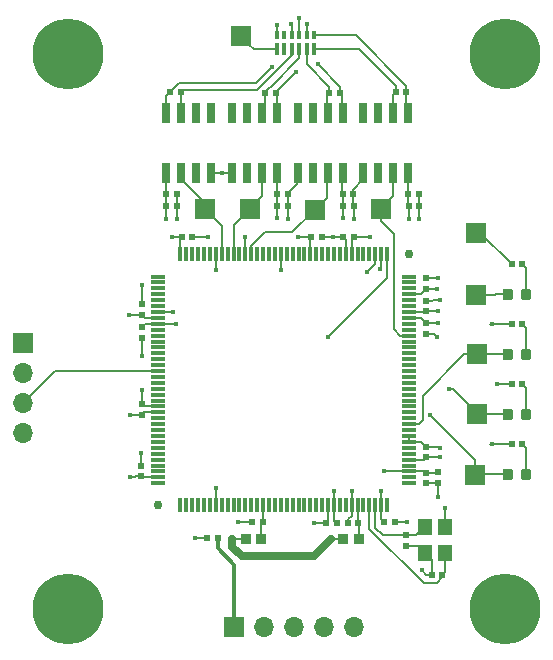
<source format=gbr>
G04 #@! TF.GenerationSoftware,KiCad,Pcbnew,(5.0.1)-3*
G04 #@! TF.CreationDate,2019-01-05T18:42:13-08:00*
G04 #@! TF.ProjectId,EScope-MSDAQ-2-INTANDAQ,4553636F70652D4D534441512D322D49,rev?*
G04 #@! TF.SameCoordinates,Original*
G04 #@! TF.FileFunction,Copper,L1,Top,Signal*
G04 #@! TF.FilePolarity,Positive*
%FSLAX46Y46*%
G04 Gerber Fmt 4.6, Leading zero omitted, Abs format (unit mm)*
G04 Created by KiCad (PCBNEW (5.0.1)-3) date 1/5/2019 6:42:13 PM*
%MOMM*%
%LPD*%
G01*
G04 APERTURE LIST*
G04 #@! TA.AperFunction,ComponentPad*
%ADD10C,6.000000*%
G04 #@! TD*
G04 #@! TA.AperFunction,ComponentPad*
%ADD11R,1.700000X1.700000*%
G04 #@! TD*
G04 #@! TA.AperFunction,SMDPad,CuDef*
%ADD12R,0.490000X0.560000*%
G04 #@! TD*
G04 #@! TA.AperFunction,Conductor*
%ADD13C,0.100000*%
G04 #@! TD*
G04 #@! TA.AperFunction,SMDPad,CuDef*
%ADD14C,0.875000*%
G04 #@! TD*
G04 #@! TA.AperFunction,SMDPad,CuDef*
%ADD15R,0.380000X1.020000*%
G04 #@! TD*
G04 #@! TA.AperFunction,SMDPad,CuDef*
%ADD16R,0.380000X0.762000*%
G04 #@! TD*
G04 #@! TA.AperFunction,ComponentPad*
%ADD17O,1.700000X1.700000*%
G04 #@! TD*
G04 #@! TA.AperFunction,SMDPad,CuDef*
%ADD18R,0.630000X0.580000*%
G04 #@! TD*
G04 #@! TA.AperFunction,SMDPad,CuDef*
%ADD19R,0.580000X0.630000*%
G04 #@! TD*
G04 #@! TA.AperFunction,SMDPad,CuDef*
%ADD20R,0.890000X0.920000*%
G04 #@! TD*
G04 #@! TA.AperFunction,SMDPad,CuDef*
%ADD21R,1.200000X1.400000*%
G04 #@! TD*
G04 #@! TA.AperFunction,SMDPad,CuDef*
%ADD22R,1.170000X0.300000*%
G04 #@! TD*
G04 #@! TA.AperFunction,SMDPad,CuDef*
%ADD23R,0.300000X1.170000*%
G04 #@! TD*
G04 #@! TA.AperFunction,BGAPad,CuDef*
%ADD24C,0.750000*%
G04 #@! TD*
G04 #@! TA.AperFunction,SMDPad,CuDef*
%ADD25R,0.640000X1.770000*%
G04 #@! TD*
G04 #@! TA.AperFunction,ViaPad*
%ADD26C,0.450000*%
G04 #@! TD*
G04 #@! TA.AperFunction,Conductor*
%ADD27C,0.203200*%
G04 #@! TD*
G04 #@! TA.AperFunction,Conductor*
%ADD28C,0.304800*%
G04 #@! TD*
G04 #@! TA.AperFunction,Conductor*
%ADD29C,0.635000*%
G04 #@! TD*
G04 APERTURE END LIST*
D10*
G04 #@! TO.P,H1,1*
G04 #@! TO.N,GND*
X162023600Y-122633800D03*
G04 #@! TD*
G04 #@! TO.P,H3,1*
G04 #@! TO.N,GND*
X125023600Y-122633800D03*
G04 #@! TD*
G04 #@! TO.P,H4,1*
G04 #@! TO.N,GND*
X162023600Y-75633800D03*
G04 #@! TD*
G04 #@! TO.P,H2,1*
G04 #@! TO.N,GND*
X125023600Y-75633800D03*
G04 #@! TD*
D11*
G04 #@! TO.P,J13,1*
G04 #@! TO.N,GND*
X159588200Y-90779600D03*
G04 #@! TD*
G04 #@! TO.P,J12,1*
G04 #@! TO.N,+3V3*
X159562800Y-96037400D03*
G04 #@! TD*
G04 #@! TO.P,J10,1*
G04 #@! TO.N,/LED2*
X159664400Y-106095800D03*
G04 #@! TD*
G04 #@! TO.P,J9,1*
G04 #@! TO.N,/LED1*
X159639000Y-101092000D03*
G04 #@! TD*
G04 #@! TO.P,J11,1*
G04 #@! TO.N,/LED3*
X159486600Y-111277400D03*
G04 #@! TD*
G04 #@! TO.P,J8,1*
G04 #@! TO.N,/MCU_SPI_MISO*
X136613900Y-88757760D03*
G04 #@! TD*
G04 #@! TO.P,J7,1*
G04 #@! TO.N,/MCU_SPI_SPCK*
X145961100Y-88831420D03*
G04 #@! TD*
G04 #@! TO.P,J6,1*
G04 #@! TO.N,/MCU_SPI_NPCS*
X151521160Y-88773000D03*
G04 #@! TD*
G04 #@! TO.P,J5,1*
G04 #@! TO.N,/MCU_SPI_MOSI*
X140416280Y-88745060D03*
G04 #@! TD*
D12*
G04 #@! TO.P,R6,1*
G04 #@! TO.N,GND*
X162597000Y-98552000D03*
G04 #@! TO.P,R6,2*
G04 #@! TO.N,Net-(D2-Pad1)*
X163507000Y-98552000D03*
G04 #@! TD*
G04 #@! TO.P,R7,2*
G04 #@! TO.N,Net-(D3-Pad1)*
X163507000Y-103632000D03*
G04 #@! TO.P,R7,1*
G04 #@! TO.N,GND*
X162597000Y-103632000D03*
G04 #@! TD*
G04 #@! TO.P,R8,1*
G04 #@! TO.N,GND*
X162597000Y-108712000D03*
G04 #@! TO.P,R8,2*
G04 #@! TO.N,Net-(D4-Pad1)*
X163507000Y-108712000D03*
G04 #@! TD*
D13*
G04 #@! TO.N,Net-(D2-Pad1)*
G04 #@! TO.C,D2*
G36*
X164079691Y-100618053D02*
X164100926Y-100621203D01*
X164121750Y-100626419D01*
X164141962Y-100633651D01*
X164161368Y-100642830D01*
X164179781Y-100653866D01*
X164197024Y-100666654D01*
X164212930Y-100681070D01*
X164227346Y-100696976D01*
X164240134Y-100714219D01*
X164251170Y-100732632D01*
X164260349Y-100752038D01*
X164267581Y-100772250D01*
X164272797Y-100793074D01*
X164275947Y-100814309D01*
X164277000Y-100835750D01*
X164277000Y-101348250D01*
X164275947Y-101369691D01*
X164272797Y-101390926D01*
X164267581Y-101411750D01*
X164260349Y-101431962D01*
X164251170Y-101451368D01*
X164240134Y-101469781D01*
X164227346Y-101487024D01*
X164212930Y-101502930D01*
X164197024Y-101517346D01*
X164179781Y-101530134D01*
X164161368Y-101541170D01*
X164141962Y-101550349D01*
X164121750Y-101557581D01*
X164100926Y-101562797D01*
X164079691Y-101565947D01*
X164058250Y-101567000D01*
X163620750Y-101567000D01*
X163599309Y-101565947D01*
X163578074Y-101562797D01*
X163557250Y-101557581D01*
X163537038Y-101550349D01*
X163517632Y-101541170D01*
X163499219Y-101530134D01*
X163481976Y-101517346D01*
X163466070Y-101502930D01*
X163451654Y-101487024D01*
X163438866Y-101469781D01*
X163427830Y-101451368D01*
X163418651Y-101431962D01*
X163411419Y-101411750D01*
X163406203Y-101390926D01*
X163403053Y-101369691D01*
X163402000Y-101348250D01*
X163402000Y-100835750D01*
X163403053Y-100814309D01*
X163406203Y-100793074D01*
X163411419Y-100772250D01*
X163418651Y-100752038D01*
X163427830Y-100732632D01*
X163438866Y-100714219D01*
X163451654Y-100696976D01*
X163466070Y-100681070D01*
X163481976Y-100666654D01*
X163499219Y-100653866D01*
X163517632Y-100642830D01*
X163537038Y-100633651D01*
X163557250Y-100626419D01*
X163578074Y-100621203D01*
X163599309Y-100618053D01*
X163620750Y-100617000D01*
X164058250Y-100617000D01*
X164079691Y-100618053D01*
X164079691Y-100618053D01*
G37*
D14*
G04 #@! TD*
G04 #@! TO.P,D2,1*
G04 #@! TO.N,Net-(D2-Pad1)*
X163839500Y-101092000D03*
D13*
G04 #@! TO.N,/LED1*
G04 #@! TO.C,D2*
G36*
X162504691Y-100618053D02*
X162525926Y-100621203D01*
X162546750Y-100626419D01*
X162566962Y-100633651D01*
X162586368Y-100642830D01*
X162604781Y-100653866D01*
X162622024Y-100666654D01*
X162637930Y-100681070D01*
X162652346Y-100696976D01*
X162665134Y-100714219D01*
X162676170Y-100732632D01*
X162685349Y-100752038D01*
X162692581Y-100772250D01*
X162697797Y-100793074D01*
X162700947Y-100814309D01*
X162702000Y-100835750D01*
X162702000Y-101348250D01*
X162700947Y-101369691D01*
X162697797Y-101390926D01*
X162692581Y-101411750D01*
X162685349Y-101431962D01*
X162676170Y-101451368D01*
X162665134Y-101469781D01*
X162652346Y-101487024D01*
X162637930Y-101502930D01*
X162622024Y-101517346D01*
X162604781Y-101530134D01*
X162586368Y-101541170D01*
X162566962Y-101550349D01*
X162546750Y-101557581D01*
X162525926Y-101562797D01*
X162504691Y-101565947D01*
X162483250Y-101567000D01*
X162045750Y-101567000D01*
X162024309Y-101565947D01*
X162003074Y-101562797D01*
X161982250Y-101557581D01*
X161962038Y-101550349D01*
X161942632Y-101541170D01*
X161924219Y-101530134D01*
X161906976Y-101517346D01*
X161891070Y-101502930D01*
X161876654Y-101487024D01*
X161863866Y-101469781D01*
X161852830Y-101451368D01*
X161843651Y-101431962D01*
X161836419Y-101411750D01*
X161831203Y-101390926D01*
X161828053Y-101369691D01*
X161827000Y-101348250D01*
X161827000Y-100835750D01*
X161828053Y-100814309D01*
X161831203Y-100793074D01*
X161836419Y-100772250D01*
X161843651Y-100752038D01*
X161852830Y-100732632D01*
X161863866Y-100714219D01*
X161876654Y-100696976D01*
X161891070Y-100681070D01*
X161906976Y-100666654D01*
X161924219Y-100653866D01*
X161942632Y-100642830D01*
X161962038Y-100633651D01*
X161982250Y-100626419D01*
X162003074Y-100621203D01*
X162024309Y-100618053D01*
X162045750Y-100617000D01*
X162483250Y-100617000D01*
X162504691Y-100618053D01*
X162504691Y-100618053D01*
G37*
D14*
G04 #@! TD*
G04 #@! TO.P,D2,2*
G04 #@! TO.N,/LED1*
X162264500Y-101092000D03*
D13*
G04 #@! TO.N,/LED2*
G04 #@! TO.C,D3*
G36*
X162504691Y-105698053D02*
X162525926Y-105701203D01*
X162546750Y-105706419D01*
X162566962Y-105713651D01*
X162586368Y-105722830D01*
X162604781Y-105733866D01*
X162622024Y-105746654D01*
X162637930Y-105761070D01*
X162652346Y-105776976D01*
X162665134Y-105794219D01*
X162676170Y-105812632D01*
X162685349Y-105832038D01*
X162692581Y-105852250D01*
X162697797Y-105873074D01*
X162700947Y-105894309D01*
X162702000Y-105915750D01*
X162702000Y-106428250D01*
X162700947Y-106449691D01*
X162697797Y-106470926D01*
X162692581Y-106491750D01*
X162685349Y-106511962D01*
X162676170Y-106531368D01*
X162665134Y-106549781D01*
X162652346Y-106567024D01*
X162637930Y-106582930D01*
X162622024Y-106597346D01*
X162604781Y-106610134D01*
X162586368Y-106621170D01*
X162566962Y-106630349D01*
X162546750Y-106637581D01*
X162525926Y-106642797D01*
X162504691Y-106645947D01*
X162483250Y-106647000D01*
X162045750Y-106647000D01*
X162024309Y-106645947D01*
X162003074Y-106642797D01*
X161982250Y-106637581D01*
X161962038Y-106630349D01*
X161942632Y-106621170D01*
X161924219Y-106610134D01*
X161906976Y-106597346D01*
X161891070Y-106582930D01*
X161876654Y-106567024D01*
X161863866Y-106549781D01*
X161852830Y-106531368D01*
X161843651Y-106511962D01*
X161836419Y-106491750D01*
X161831203Y-106470926D01*
X161828053Y-106449691D01*
X161827000Y-106428250D01*
X161827000Y-105915750D01*
X161828053Y-105894309D01*
X161831203Y-105873074D01*
X161836419Y-105852250D01*
X161843651Y-105832038D01*
X161852830Y-105812632D01*
X161863866Y-105794219D01*
X161876654Y-105776976D01*
X161891070Y-105761070D01*
X161906976Y-105746654D01*
X161924219Y-105733866D01*
X161942632Y-105722830D01*
X161962038Y-105713651D01*
X161982250Y-105706419D01*
X162003074Y-105701203D01*
X162024309Y-105698053D01*
X162045750Y-105697000D01*
X162483250Y-105697000D01*
X162504691Y-105698053D01*
X162504691Y-105698053D01*
G37*
D14*
G04 #@! TD*
G04 #@! TO.P,D3,2*
G04 #@! TO.N,/LED2*
X162264500Y-106172000D03*
D13*
G04 #@! TO.N,Net-(D3-Pad1)*
G04 #@! TO.C,D3*
G36*
X164079691Y-105698053D02*
X164100926Y-105701203D01*
X164121750Y-105706419D01*
X164141962Y-105713651D01*
X164161368Y-105722830D01*
X164179781Y-105733866D01*
X164197024Y-105746654D01*
X164212930Y-105761070D01*
X164227346Y-105776976D01*
X164240134Y-105794219D01*
X164251170Y-105812632D01*
X164260349Y-105832038D01*
X164267581Y-105852250D01*
X164272797Y-105873074D01*
X164275947Y-105894309D01*
X164277000Y-105915750D01*
X164277000Y-106428250D01*
X164275947Y-106449691D01*
X164272797Y-106470926D01*
X164267581Y-106491750D01*
X164260349Y-106511962D01*
X164251170Y-106531368D01*
X164240134Y-106549781D01*
X164227346Y-106567024D01*
X164212930Y-106582930D01*
X164197024Y-106597346D01*
X164179781Y-106610134D01*
X164161368Y-106621170D01*
X164141962Y-106630349D01*
X164121750Y-106637581D01*
X164100926Y-106642797D01*
X164079691Y-106645947D01*
X164058250Y-106647000D01*
X163620750Y-106647000D01*
X163599309Y-106645947D01*
X163578074Y-106642797D01*
X163557250Y-106637581D01*
X163537038Y-106630349D01*
X163517632Y-106621170D01*
X163499219Y-106610134D01*
X163481976Y-106597346D01*
X163466070Y-106582930D01*
X163451654Y-106567024D01*
X163438866Y-106549781D01*
X163427830Y-106531368D01*
X163418651Y-106511962D01*
X163411419Y-106491750D01*
X163406203Y-106470926D01*
X163403053Y-106449691D01*
X163402000Y-106428250D01*
X163402000Y-105915750D01*
X163403053Y-105894309D01*
X163406203Y-105873074D01*
X163411419Y-105852250D01*
X163418651Y-105832038D01*
X163427830Y-105812632D01*
X163438866Y-105794219D01*
X163451654Y-105776976D01*
X163466070Y-105761070D01*
X163481976Y-105746654D01*
X163499219Y-105733866D01*
X163517632Y-105722830D01*
X163537038Y-105713651D01*
X163557250Y-105706419D01*
X163578074Y-105701203D01*
X163599309Y-105698053D01*
X163620750Y-105697000D01*
X164058250Y-105697000D01*
X164079691Y-105698053D01*
X164079691Y-105698053D01*
G37*
D14*
G04 #@! TD*
G04 #@! TO.P,D3,1*
G04 #@! TO.N,Net-(D3-Pad1)*
X163839500Y-106172000D03*
D13*
G04 #@! TO.N,Net-(D4-Pad1)*
G04 #@! TO.C,D4*
G36*
X164079691Y-110778053D02*
X164100926Y-110781203D01*
X164121750Y-110786419D01*
X164141962Y-110793651D01*
X164161368Y-110802830D01*
X164179781Y-110813866D01*
X164197024Y-110826654D01*
X164212930Y-110841070D01*
X164227346Y-110856976D01*
X164240134Y-110874219D01*
X164251170Y-110892632D01*
X164260349Y-110912038D01*
X164267581Y-110932250D01*
X164272797Y-110953074D01*
X164275947Y-110974309D01*
X164277000Y-110995750D01*
X164277000Y-111508250D01*
X164275947Y-111529691D01*
X164272797Y-111550926D01*
X164267581Y-111571750D01*
X164260349Y-111591962D01*
X164251170Y-111611368D01*
X164240134Y-111629781D01*
X164227346Y-111647024D01*
X164212930Y-111662930D01*
X164197024Y-111677346D01*
X164179781Y-111690134D01*
X164161368Y-111701170D01*
X164141962Y-111710349D01*
X164121750Y-111717581D01*
X164100926Y-111722797D01*
X164079691Y-111725947D01*
X164058250Y-111727000D01*
X163620750Y-111727000D01*
X163599309Y-111725947D01*
X163578074Y-111722797D01*
X163557250Y-111717581D01*
X163537038Y-111710349D01*
X163517632Y-111701170D01*
X163499219Y-111690134D01*
X163481976Y-111677346D01*
X163466070Y-111662930D01*
X163451654Y-111647024D01*
X163438866Y-111629781D01*
X163427830Y-111611368D01*
X163418651Y-111591962D01*
X163411419Y-111571750D01*
X163406203Y-111550926D01*
X163403053Y-111529691D01*
X163402000Y-111508250D01*
X163402000Y-110995750D01*
X163403053Y-110974309D01*
X163406203Y-110953074D01*
X163411419Y-110932250D01*
X163418651Y-110912038D01*
X163427830Y-110892632D01*
X163438866Y-110874219D01*
X163451654Y-110856976D01*
X163466070Y-110841070D01*
X163481976Y-110826654D01*
X163499219Y-110813866D01*
X163517632Y-110802830D01*
X163537038Y-110793651D01*
X163557250Y-110786419D01*
X163578074Y-110781203D01*
X163599309Y-110778053D01*
X163620750Y-110777000D01*
X164058250Y-110777000D01*
X164079691Y-110778053D01*
X164079691Y-110778053D01*
G37*
D14*
G04 #@! TD*
G04 #@! TO.P,D4,1*
G04 #@! TO.N,Net-(D4-Pad1)*
X163839500Y-111252000D03*
D13*
G04 #@! TO.N,/LED3*
G04 #@! TO.C,D4*
G36*
X162504691Y-110778053D02*
X162525926Y-110781203D01*
X162546750Y-110786419D01*
X162566962Y-110793651D01*
X162586368Y-110802830D01*
X162604781Y-110813866D01*
X162622024Y-110826654D01*
X162637930Y-110841070D01*
X162652346Y-110856976D01*
X162665134Y-110874219D01*
X162676170Y-110892632D01*
X162685349Y-110912038D01*
X162692581Y-110932250D01*
X162697797Y-110953074D01*
X162700947Y-110974309D01*
X162702000Y-110995750D01*
X162702000Y-111508250D01*
X162700947Y-111529691D01*
X162697797Y-111550926D01*
X162692581Y-111571750D01*
X162685349Y-111591962D01*
X162676170Y-111611368D01*
X162665134Y-111629781D01*
X162652346Y-111647024D01*
X162637930Y-111662930D01*
X162622024Y-111677346D01*
X162604781Y-111690134D01*
X162586368Y-111701170D01*
X162566962Y-111710349D01*
X162546750Y-111717581D01*
X162525926Y-111722797D01*
X162504691Y-111725947D01*
X162483250Y-111727000D01*
X162045750Y-111727000D01*
X162024309Y-111725947D01*
X162003074Y-111722797D01*
X161982250Y-111717581D01*
X161962038Y-111710349D01*
X161942632Y-111701170D01*
X161924219Y-111690134D01*
X161906976Y-111677346D01*
X161891070Y-111662930D01*
X161876654Y-111647024D01*
X161863866Y-111629781D01*
X161852830Y-111611368D01*
X161843651Y-111591962D01*
X161836419Y-111571750D01*
X161831203Y-111550926D01*
X161828053Y-111529691D01*
X161827000Y-111508250D01*
X161827000Y-110995750D01*
X161828053Y-110974309D01*
X161831203Y-110953074D01*
X161836419Y-110932250D01*
X161843651Y-110912038D01*
X161852830Y-110892632D01*
X161863866Y-110874219D01*
X161876654Y-110856976D01*
X161891070Y-110841070D01*
X161906976Y-110826654D01*
X161924219Y-110813866D01*
X161942632Y-110802830D01*
X161962038Y-110793651D01*
X161982250Y-110786419D01*
X162003074Y-110781203D01*
X162024309Y-110778053D01*
X162045750Y-110777000D01*
X162483250Y-110777000D01*
X162504691Y-110778053D01*
X162504691Y-110778053D01*
G37*
D14*
G04 #@! TD*
G04 #@! TO.P,D4,2*
G04 #@! TO.N,/LED3*
X162264500Y-111252000D03*
D15*
G04 #@! TO.P,J4,1*
G04 #@! TO.N,/nCS+*
X145884900Y-75234800D03*
G04 #@! TO.P,J4,3*
G04 #@! TO.N,/SCLK+*
X145249900Y-75234800D03*
G04 #@! TO.P,J4,5*
G04 #@! TO.N,/MOSI+*
X144614900Y-75234800D03*
G04 #@! TO.P,J4,7*
G04 #@! TO.N,/MISO+*
X143979900Y-75234800D03*
G04 #@! TO.P,J4,9*
G04 #@! TO.N,Net-(J4-Pad9)*
X143344900Y-75234800D03*
G04 #@! TO.P,J4,11*
G04 #@! TO.N,Net-(J3-Pad1)*
X142709900Y-75234800D03*
D16*
G04 #@! TO.P,J4,2*
G04 #@! TO.N,/nCS-*
X145884900Y-74084800D03*
G04 #@! TO.P,J4,4*
G04 #@! TO.N,/SCLK-*
X145249900Y-74084800D03*
G04 #@! TO.P,J4,6*
G04 #@! TO.N,/MOSI-*
X144614900Y-74084800D03*
G04 #@! TO.P,J4,8*
G04 #@! TO.N,/MISO-*
X143979900Y-74084800D03*
G04 #@! TO.P,J4,10*
G04 #@! TO.N,Net-(J4-Pad10)*
X143344900Y-74084800D03*
G04 #@! TO.P,J4,12*
G04 #@! TO.N,GND*
X142709900Y-74084800D03*
G04 #@! TD*
D12*
G04 #@! TO.P,R2,2*
G04 #@! TO.N,/SCLK+*
X147169800Y-78917800D03*
G04 #@! TO.P,R2,1*
G04 #@! TO.N,/SCLK-*
X148079800Y-78917800D03*
G04 #@! TD*
G04 #@! TO.P,R3,1*
G04 #@! TO.N,/nCS-*
X153693200Y-78841600D03*
G04 #@! TO.P,R3,2*
G04 #@! TO.N,/nCS+*
X152783200Y-78841600D03*
G04 #@! TD*
G04 #@! TO.P,R4,2*
G04 #@! TO.N,/MOSI+*
X141734200Y-78917800D03*
G04 #@! TO.P,R4,1*
G04 #@! TO.N,/MOSI-*
X142644200Y-78917800D03*
G04 #@! TD*
G04 #@! TO.P,R5,1*
G04 #@! TO.N,/MISO+*
X134567000Y-78892400D03*
G04 #@! TO.P,R5,2*
G04 #@! TO.N,/MISO-*
X133657000Y-78892400D03*
G04 #@! TD*
D11*
G04 #@! TO.P,J3,1*
G04 #@! TO.N,Net-(J3-Pad1)*
X139700000Y-74168000D03*
G04 #@! TD*
G04 #@! TO.P,J1,1*
G04 #@! TO.N,+3V3*
X121248201Y-100148401D03*
D17*
G04 #@! TO.P,J1,2*
G04 #@! TO.N,/SWDIO*
X121248201Y-102688401D03*
G04 #@! TO.P,J1,3*
G04 #@! TO.N,/SWCLK*
X121248201Y-105228401D03*
G04 #@! TO.P,J1,4*
G04 #@! TO.N,GND*
X121248201Y-107768401D03*
G04 #@! TD*
D11*
G04 #@! TO.P,J2,1*
G04 #@! TO.N,+3V3*
X139115800Y-124155200D03*
D17*
G04 #@! TO.P,J2,2*
G04 #@! TO.N,/RD*
X141655800Y-124155200D03*
G04 #@! TO.P,J2,3*
G04 #@! TO.N,/RF*
X144195800Y-124155200D03*
G04 #@! TO.P,J2,4*
G04 #@! TO.N,/RK*
X146735800Y-124155200D03*
G04 #@! TO.P,J2,5*
G04 #@! TO.N,GND*
X149275800Y-124155200D03*
G04 #@! TD*
D18*
G04 #@! TO.P,C6,2*
G04 #@! TO.N,GND*
X155371800Y-94627200D03*
G04 #@! TO.P,C6,1*
G04 #@! TO.N,/VDDCORE*
X155371800Y-95517200D03*
G04 #@! TD*
D19*
G04 #@! TO.P,C19,1*
G04 #@! TO.N,+3V3*
X134657600Y-91186000D03*
G04 #@! TO.P,C19,2*
G04 #@! TO.N,GND*
X135547600Y-91186000D03*
G04 #@! TD*
D18*
G04 #@! TO.P,C7,2*
G04 #@! TO.N,GND*
X155346400Y-111988600D03*
G04 #@! TO.P,C7,1*
G04 #@! TO.N,/VDDCORE*
X155346400Y-111098600D03*
G04 #@! TD*
G04 #@! TO.P,C8,1*
G04 #@! TO.N,+3V3*
X131267200Y-106185200D03*
G04 #@! TO.P,C8,2*
G04 #@! TO.N,GND*
X131267200Y-105295200D03*
G04 #@! TD*
G04 #@! TO.P,C9,2*
G04 #@! TO.N,GND*
X131267200Y-99696000D03*
G04 #@! TO.P,C9,1*
G04 #@! TO.N,/VDDCORE*
X131267200Y-98806000D03*
G04 #@! TD*
D19*
G04 #@! TO.P,C10,1*
G04 #@! TO.N,/VDDPLL*
X141516600Y-115316000D03*
G04 #@! TO.P,C10,2*
G04 #@! TO.N,GND*
X140626600Y-115316000D03*
G04 #@! TD*
G04 #@! TO.P,C1,2*
G04 #@! TO.N,GND*
X136816600Y-116636800D03*
G04 #@! TO.P,C1,1*
G04 #@! TO.N,+3V3*
X137706600Y-116636800D03*
G04 #@! TD*
D18*
G04 #@! TO.P,C12,1*
G04 #@! TO.N,+3V3*
X155371800Y-109817400D03*
G04 #@! TO.P,C12,2*
G04 #@! TO.N,GND*
X155371800Y-108927400D03*
G04 #@! TD*
G04 #@! TO.P,C13,2*
G04 #@! TO.N,GND*
X155371800Y-99327200D03*
G04 #@! TO.P,C13,1*
G04 #@! TO.N,/VDDCORE*
X155371800Y-98437200D03*
G04 #@! TD*
G04 #@! TO.P,C14,1*
G04 #@! TO.N,+3V3*
X155371800Y-97422200D03*
G04 #@! TO.P,C14,2*
G04 #@! TO.N,GND*
X155371800Y-96532200D03*
G04 #@! TD*
G04 #@! TO.P,C15,2*
G04 #@! TO.N,GND*
X131241800Y-110527600D03*
G04 #@! TO.P,C15,1*
G04 #@! TO.N,/VDDCORE*
X131241800Y-111417600D03*
G04 #@! TD*
D19*
G04 #@! TO.P,C16,1*
G04 #@! TO.N,+3V3*
X151802600Y-115265200D03*
G04 #@! TO.P,C16,2*
G04 #@! TO.N,GND*
X152692600Y-115265200D03*
G04 #@! TD*
G04 #@! TO.P,C17,2*
G04 #@! TO.N,GND*
X155841200Y-119735600D03*
G04 #@! TO.P,C17,1*
G04 #@! TO.N,/XIN*
X156731200Y-119735600D03*
G04 #@! TD*
G04 #@! TO.P,C18,1*
G04 #@! TO.N,+3V3*
X149238200Y-91109800D03*
G04 #@! TO.P,C18,2*
G04 #@! TO.N,GND*
X148348200Y-91109800D03*
G04 #@! TD*
G04 #@! TO.P,C28,2*
G04 #@! TO.N,GND*
X149174700Y-87477600D03*
G04 #@! TO.P,C28,1*
G04 #@! TO.N,+3V3*
X148284700Y-87477600D03*
G04 #@! TD*
G04 #@! TO.P,C27,1*
G04 #@! TO.N,+3V3*
X153860000Y-87477600D03*
G04 #@! TO.P,C27,2*
G04 #@! TO.N,GND*
X154750000Y-87477600D03*
G04 #@! TD*
G04 #@! TO.P,C26,2*
G04 #@! TO.N,GND*
X143660360Y-88554560D03*
G04 #@! TO.P,C26,1*
G04 #@! TO.N,+3V3*
X142770360Y-88554560D03*
G04 #@! TD*
G04 #@! TO.P,C25,1*
G04 #@! TO.N,GND*
X134242040Y-88554560D03*
G04 #@! TO.P,C25,2*
G04 #@! TO.N,+3V3*
X133352040Y-88554560D03*
G04 #@! TD*
G04 #@! TO.P,C24,2*
G04 #@! TO.N,GND*
X149227540Y-88554560D03*
G04 #@! TO.P,C24,1*
G04 #@! TO.N,+3V3*
X148337540Y-88554560D03*
G04 #@! TD*
G04 #@! TO.P,C23,1*
G04 #@! TO.N,+3V3*
X153875240Y-88554560D03*
G04 #@! TO.P,C23,2*
G04 #@! TO.N,GND*
X154765240Y-88554560D03*
G04 #@! TD*
G04 #@! TO.P,C22,2*
G04 #@! TO.N,GND*
X143645120Y-87477600D03*
G04 #@! TO.P,C22,1*
G04 #@! TO.N,+3V3*
X142755120Y-87477600D03*
G04 #@! TD*
G04 #@! TO.P,C21,1*
G04 #@! TO.N,GND*
X134252200Y-87477600D03*
G04 #@! TO.P,C21,2*
G04 #@! TO.N,+3V3*
X133362200Y-87477600D03*
G04 #@! TD*
G04 #@! TO.P,C11,2*
G04 #@! TO.N,GND*
X148729200Y-115366800D03*
G04 #@! TO.P,C11,1*
G04 #@! TO.N,/VDDUTMIC*
X149619200Y-115366800D03*
G04 #@! TD*
D18*
G04 #@! TO.P,C2,1*
G04 #@! TO.N,+3V3*
X131267200Y-97727000D03*
G04 #@! TO.P,C2,2*
G04 #@! TO.N,GND*
X131267200Y-96837000D03*
G04 #@! TD*
D19*
G04 #@! TO.P,C3,2*
G04 #@! TO.N,GND*
X146520400Y-91135200D03*
G04 #@! TO.P,C3,1*
G04 #@! TO.N,/VDDCORE*
X145630400Y-91135200D03*
G04 #@! TD*
D18*
G04 #@! TO.P,C4,1*
G04 #@! TO.N,/VDDCORE*
X156337000Y-111086400D03*
G04 #@! TO.P,C4,2*
G04 #@! TO.N,GND*
X156337000Y-111976400D03*
G04 #@! TD*
G04 #@! TO.P,C20,2*
G04 #@! TO.N,GND*
X153644600Y-117310400D03*
G04 #@! TO.P,C20,1*
G04 #@! TO.N,/XOUT*
X153644600Y-116420400D03*
G04 #@! TD*
D19*
G04 #@! TO.P,C5,1*
G04 #@! TO.N,+3V3*
X146900400Y-115392200D03*
G04 #@! TO.P,C5,2*
G04 #@! TO.N,GND*
X147790400Y-115392200D03*
G04 #@! TD*
D20*
G04 #@! TO.P,L2,2*
G04 #@! TO.N,/VDDCORE*
X148331400Y-116713000D03*
G04 #@! TO.P,L2,1*
G04 #@! TO.N,/VDDUTMIC*
X149661400Y-116713000D03*
G04 #@! TD*
G04 #@! TO.P,L1,1*
G04 #@! TO.N,/VDDPLL*
X141406400Y-116687600D03*
G04 #@! TO.P,L1,2*
G04 #@! TO.N,/VDDCORE*
X140076400Y-116687600D03*
G04 #@! TD*
D21*
G04 #@! TO.P,Y1,1*
G04 #@! TO.N,/XIN*
X156958400Y-117889200D03*
G04 #@! TO.P,Y1,2*
G04 #@! TO.N,GND*
X156958400Y-115689200D03*
G04 #@! TO.P,Y1,3*
G04 #@! TO.N,/XOUT*
X155258400Y-115689200D03*
G04 #@! TO.P,Y1,4*
G04 #@! TO.N,GND*
X155258400Y-117889200D03*
G04 #@! TD*
D12*
G04 #@! TO.P,R1,1*
G04 #@! TO.N,GND*
X162597000Y-93472000D03*
G04 #@! TO.P,R1,2*
G04 #@! TO.N,Net-(D1-Pad1)*
X163507000Y-93472000D03*
G04 #@! TD*
D13*
G04 #@! TO.N,Net-(D1-Pad1)*
G04 #@! TO.C,D1*
G36*
X164079691Y-95538053D02*
X164100926Y-95541203D01*
X164121750Y-95546419D01*
X164141962Y-95553651D01*
X164161368Y-95562830D01*
X164179781Y-95573866D01*
X164197024Y-95586654D01*
X164212930Y-95601070D01*
X164227346Y-95616976D01*
X164240134Y-95634219D01*
X164251170Y-95652632D01*
X164260349Y-95672038D01*
X164267581Y-95692250D01*
X164272797Y-95713074D01*
X164275947Y-95734309D01*
X164277000Y-95755750D01*
X164277000Y-96268250D01*
X164275947Y-96289691D01*
X164272797Y-96310926D01*
X164267581Y-96331750D01*
X164260349Y-96351962D01*
X164251170Y-96371368D01*
X164240134Y-96389781D01*
X164227346Y-96407024D01*
X164212930Y-96422930D01*
X164197024Y-96437346D01*
X164179781Y-96450134D01*
X164161368Y-96461170D01*
X164141962Y-96470349D01*
X164121750Y-96477581D01*
X164100926Y-96482797D01*
X164079691Y-96485947D01*
X164058250Y-96487000D01*
X163620750Y-96487000D01*
X163599309Y-96485947D01*
X163578074Y-96482797D01*
X163557250Y-96477581D01*
X163537038Y-96470349D01*
X163517632Y-96461170D01*
X163499219Y-96450134D01*
X163481976Y-96437346D01*
X163466070Y-96422930D01*
X163451654Y-96407024D01*
X163438866Y-96389781D01*
X163427830Y-96371368D01*
X163418651Y-96351962D01*
X163411419Y-96331750D01*
X163406203Y-96310926D01*
X163403053Y-96289691D01*
X163402000Y-96268250D01*
X163402000Y-95755750D01*
X163403053Y-95734309D01*
X163406203Y-95713074D01*
X163411419Y-95692250D01*
X163418651Y-95672038D01*
X163427830Y-95652632D01*
X163438866Y-95634219D01*
X163451654Y-95616976D01*
X163466070Y-95601070D01*
X163481976Y-95586654D01*
X163499219Y-95573866D01*
X163517632Y-95562830D01*
X163537038Y-95553651D01*
X163557250Y-95546419D01*
X163578074Y-95541203D01*
X163599309Y-95538053D01*
X163620750Y-95537000D01*
X164058250Y-95537000D01*
X164079691Y-95538053D01*
X164079691Y-95538053D01*
G37*
D14*
G04 #@! TD*
G04 #@! TO.P,D1,1*
G04 #@! TO.N,Net-(D1-Pad1)*
X163839500Y-96012000D03*
D13*
G04 #@! TO.N,+3V3*
G04 #@! TO.C,D1*
G36*
X162504691Y-95538053D02*
X162525926Y-95541203D01*
X162546750Y-95546419D01*
X162566962Y-95553651D01*
X162586368Y-95562830D01*
X162604781Y-95573866D01*
X162622024Y-95586654D01*
X162637930Y-95601070D01*
X162652346Y-95616976D01*
X162665134Y-95634219D01*
X162676170Y-95652632D01*
X162685349Y-95672038D01*
X162692581Y-95692250D01*
X162697797Y-95713074D01*
X162700947Y-95734309D01*
X162702000Y-95755750D01*
X162702000Y-96268250D01*
X162700947Y-96289691D01*
X162697797Y-96310926D01*
X162692581Y-96331750D01*
X162685349Y-96351962D01*
X162676170Y-96371368D01*
X162665134Y-96389781D01*
X162652346Y-96407024D01*
X162637930Y-96422930D01*
X162622024Y-96437346D01*
X162604781Y-96450134D01*
X162586368Y-96461170D01*
X162566962Y-96470349D01*
X162546750Y-96477581D01*
X162525926Y-96482797D01*
X162504691Y-96485947D01*
X162483250Y-96487000D01*
X162045750Y-96487000D01*
X162024309Y-96485947D01*
X162003074Y-96482797D01*
X161982250Y-96477581D01*
X161962038Y-96470349D01*
X161942632Y-96461170D01*
X161924219Y-96450134D01*
X161906976Y-96437346D01*
X161891070Y-96422930D01*
X161876654Y-96407024D01*
X161863866Y-96389781D01*
X161852830Y-96371368D01*
X161843651Y-96351962D01*
X161836419Y-96331750D01*
X161831203Y-96310926D01*
X161828053Y-96289691D01*
X161827000Y-96268250D01*
X161827000Y-95755750D01*
X161828053Y-95734309D01*
X161831203Y-95713074D01*
X161836419Y-95692250D01*
X161843651Y-95672038D01*
X161852830Y-95652632D01*
X161863866Y-95634219D01*
X161876654Y-95616976D01*
X161891070Y-95601070D01*
X161906976Y-95586654D01*
X161924219Y-95573866D01*
X161942632Y-95562830D01*
X161962038Y-95553651D01*
X161982250Y-95546419D01*
X162003074Y-95541203D01*
X162024309Y-95538053D01*
X162045750Y-95537000D01*
X162483250Y-95537000D01*
X162504691Y-95538053D01*
X162504691Y-95538053D01*
G37*
D14*
G04 #@! TD*
G04 #@! TO.P,D1,2*
G04 #@! TO.N,+3V3*
X162264500Y-96012000D03*
D22*
G04 #@! TO.P,U1,1*
G04 #@! TO.N,/LINE_VALID*
X153926800Y-112001000D03*
G04 #@! TO.P,U1,2*
G04 #@! TO.N,Net-(U1-Pad2)*
X153926800Y-111501000D03*
G04 #@! TO.P,U1,3*
G04 #@! TO.N,/VDDCORE*
X153926800Y-111001000D03*
G04 #@! TO.P,U1,4*
G04 #@! TO.N,Net-(U1-Pad4)*
X153926800Y-110501000D03*
G04 #@! TO.P,U1,5*
G04 #@! TO.N,+3V3*
X153926800Y-110001000D03*
G04 #@! TO.P,U1,6*
G04 #@! TO.N,Net-(U1-Pad6)*
X153926800Y-109501000D03*
G04 #@! TO.P,U1,7*
G04 #@! TO.N,Net-(U1-Pad7)*
X153926800Y-109001000D03*
G04 #@! TO.P,U1,8*
G04 #@! TO.N,GND*
X153926800Y-108501000D03*
G04 #@! TO.P,U1,9*
X153926800Y-108001000D03*
G04 #@! TO.P,U1,10*
G04 #@! TO.N,Net-(U1-Pad10)*
X153926800Y-107501000D03*
G04 #@! TO.P,U1,11*
G04 #@! TO.N,/LED1*
X153926800Y-107001000D03*
G04 #@! TO.P,U1,12*
G04 #@! TO.N,Net-(U1-Pad12)*
X153926800Y-106501000D03*
G04 #@! TO.P,U1,13*
G04 #@! TO.N,Net-(U1-Pad13)*
X153926800Y-106001000D03*
G04 #@! TO.P,U1,14*
G04 #@! TO.N,Net-(U1-Pad14)*
X153926800Y-105501000D03*
G04 #@! TO.P,U1,15*
G04 #@! TO.N,Net-(U1-Pad15)*
X153926800Y-105001000D03*
G04 #@! TO.P,U1,16*
G04 #@! TO.N,Net-(U1-Pad16)*
X153926800Y-104501000D03*
G04 #@! TO.P,U1,17*
G04 #@! TO.N,Net-(U1-Pad17)*
X153926800Y-104001000D03*
G04 #@! TO.P,U1,18*
G04 #@! TO.N,Net-(U1-Pad18)*
X153926800Y-103501000D03*
G04 #@! TO.P,U1,19*
G04 #@! TO.N,Net-(U1-Pad19)*
X153926800Y-103001000D03*
G04 #@! TO.P,U1,20*
G04 #@! TO.N,/TK*
X153926800Y-102501000D03*
G04 #@! TO.P,U1,21*
G04 #@! TO.N,/TF*
X153926800Y-102001000D03*
G04 #@! TO.P,U1,22*
G04 #@! TO.N,Net-(U1-Pad22)*
X153926800Y-101501000D03*
G04 #@! TO.P,U1,23*
G04 #@! TO.N,Net-(U1-Pad23)*
X153926800Y-101001000D03*
G04 #@! TO.P,U1,24*
G04 #@! TO.N,Net-(U1-Pad24)*
X153926800Y-100501000D03*
G04 #@! TO.P,U1,25*
G04 #@! TO.N,Net-(U1-Pad25)*
X153926800Y-100001000D03*
G04 #@! TO.P,U1,26*
G04 #@! TO.N,/MCU_SPI_NPCS*
X153926800Y-99501000D03*
G04 #@! TO.P,U1,27*
G04 #@! TO.N,Net-(U1-Pad27)*
X153926800Y-99001000D03*
G04 #@! TO.P,U1,28*
G04 #@! TO.N,Net-(U1-Pad28)*
X153926800Y-98501000D03*
G04 #@! TO.P,U1,29*
G04 #@! TO.N,/VDDCORE*
X153926800Y-98001000D03*
G04 #@! TO.P,U1,30*
G04 #@! TO.N,+3V3*
X153926800Y-97501000D03*
G04 #@! TO.P,U1,31*
G04 #@! TO.N,Net-(U1-Pad31)*
X153926800Y-97001000D03*
G04 #@! TO.P,U1,32*
G04 #@! TO.N,Net-(U1-Pad32)*
X153926800Y-96501000D03*
G04 #@! TO.P,U1,33*
G04 #@! TO.N,/VDDCORE*
X153926800Y-96001000D03*
G04 #@! TO.P,U1,34*
G04 #@! TO.N,Net-(U1-Pad34)*
X153926800Y-95501000D03*
G04 #@! TO.P,U1,35*
G04 #@! TO.N,Net-(U1-Pad35)*
X153926800Y-95001000D03*
G04 #@! TO.P,U1,36*
G04 #@! TO.N,Net-(U1-Pad36)*
X153926800Y-94501000D03*
D23*
G04 #@! TO.P,U1,37*
G04 #@! TO.N,/RK*
X152056800Y-92631000D03*
G04 #@! TO.P,U1,38*
G04 #@! TO.N,/LED2*
X151556800Y-92631000D03*
G04 #@! TO.P,U1,39*
G04 #@! TO.N,/LED3*
X151056800Y-92631000D03*
G04 #@! TO.P,U1,40*
G04 #@! TO.N,Net-(U1-Pad40)*
X150556800Y-92631000D03*
G04 #@! TO.P,U1,41*
G04 #@! TO.N,Net-(U1-Pad41)*
X150056800Y-92631000D03*
G04 #@! TO.P,U1,42*
G04 #@! TO.N,Net-(U1-Pad42)*
X149556800Y-92631000D03*
G04 #@! TO.P,U1,43*
G04 #@! TO.N,+3V3*
X149056800Y-92631000D03*
G04 #@! TO.P,U1,44*
G04 #@! TO.N,GND*
X148556800Y-92631000D03*
G04 #@! TO.P,U1,45*
G04 #@! TO.N,Net-(U1-Pad45)*
X148056800Y-92631000D03*
G04 #@! TO.P,U1,46*
G04 #@! TO.N,Net-(U1-Pad46)*
X147556800Y-92631000D03*
G04 #@! TO.P,U1,47*
G04 #@! TO.N,Net-(U1-Pad47)*
X147056800Y-92631000D03*
G04 #@! TO.P,U1,48*
G04 #@! TO.N,Net-(U1-Pad48)*
X146556800Y-92631000D03*
G04 #@! TO.P,U1,49*
G04 #@! TO.N,Net-(U1-Pad49)*
X146056800Y-92631000D03*
G04 #@! TO.P,U1,50*
G04 #@! TO.N,/VDDCORE*
X145556800Y-92631000D03*
G04 #@! TO.P,U1,51*
G04 #@! TO.N,Net-(U1-Pad51)*
X145056800Y-92631000D03*
G04 #@! TO.P,U1,52*
G04 #@! TO.N,Net-(U1-Pad52)*
X144556800Y-92631000D03*
G04 #@! TO.P,U1,53*
G04 #@! TO.N,Net-(U1-Pad53)*
X144056800Y-92631000D03*
G04 #@! TO.P,U1,54*
G04 #@! TO.N,Net-(U1-Pad54)*
X143556800Y-92631000D03*
G04 #@! TO.P,U1,55*
G04 #@! TO.N,/RF*
X143056800Y-92631000D03*
G04 #@! TO.P,U1,56*
G04 #@! TO.N,Net-(U1-Pad56)*
X142556800Y-92631000D03*
G04 #@! TO.P,U1,57*
G04 #@! TO.N,Net-(U1-Pad57)*
X142056800Y-92631000D03*
G04 #@! TO.P,U1,58*
G04 #@! TO.N,Net-(U1-Pad58)*
X141556800Y-92631000D03*
G04 #@! TO.P,U1,59*
G04 #@! TO.N,Net-(U1-Pad59)*
X141056800Y-92631000D03*
G04 #@! TO.P,U1,60*
G04 #@! TO.N,/MCU_SPI_SPCK*
X140556800Y-92631000D03*
G04 #@! TO.P,U1,61*
G04 #@! TO.N,GND*
X140056800Y-92631000D03*
G04 #@! TO.P,U1,62*
G04 #@! TO.N,Net-(U1-Pad62)*
X139556800Y-92631000D03*
G04 #@! TO.P,U1,63*
G04 #@! TO.N,/MCU_SPI_MOSI*
X139056800Y-92631000D03*
G04 #@! TO.P,U1,64*
G04 #@! TO.N,Net-(U1-Pad64)*
X138556800Y-92631000D03*
G04 #@! TO.P,U1,65*
G04 #@! TO.N,/MCU_SPI_MISO*
X138056800Y-92631000D03*
G04 #@! TO.P,U1,66*
G04 #@! TO.N,/RD*
X137556800Y-92631000D03*
G04 #@! TO.P,U1,67*
G04 #@! TO.N,Net-(U1-Pad67)*
X137056800Y-92631000D03*
G04 #@! TO.P,U1,68*
G04 #@! TO.N,Net-(U1-Pad68)*
X136556800Y-92631000D03*
G04 #@! TO.P,U1,69*
G04 #@! TO.N,Net-(U1-Pad69)*
X136056800Y-92631000D03*
G04 #@! TO.P,U1,70*
G04 #@! TO.N,Net-(U1-Pad70)*
X135556800Y-92631000D03*
G04 #@! TO.P,U1,71*
G04 #@! TO.N,Net-(U1-Pad71)*
X135056800Y-92631000D03*
G04 #@! TO.P,U1,72*
G04 #@! TO.N,+3V3*
X134556800Y-92631000D03*
D22*
G04 #@! TO.P,U1,73*
G04 #@! TO.N,Net-(U1-Pad73)*
X132686800Y-94501000D03*
G04 #@! TO.P,U1,74*
G04 #@! TO.N,Net-(U1-Pad74)*
X132686800Y-95001000D03*
G04 #@! TO.P,U1,75*
G04 #@! TO.N,Net-(U1-Pad75)*
X132686800Y-95501000D03*
G04 #@! TO.P,U1,76*
G04 #@! TO.N,Net-(U1-Pad76)*
X132686800Y-96001000D03*
G04 #@! TO.P,U1,77*
G04 #@! TO.N,Net-(U1-Pad77)*
X132686800Y-96501000D03*
G04 #@! TO.P,U1,78*
G04 #@! TO.N,Net-(U1-Pad78)*
X132686800Y-97001000D03*
G04 #@! TO.P,U1,79*
G04 #@! TO.N,/SWDIO*
X132686800Y-97501000D03*
G04 #@! TO.P,U1,80*
G04 #@! TO.N,+3V3*
X132686800Y-98001000D03*
G04 #@! TO.P,U1,81*
G04 #@! TO.N,/VDDCORE*
X132686800Y-98501000D03*
G04 #@! TO.P,U1,82*
G04 #@! TO.N,Net-(U1-Pad82)*
X132686800Y-99001000D03*
G04 #@! TO.P,U1,83*
G04 #@! TO.N,Net-(U1-Pad83)*
X132686800Y-99501000D03*
G04 #@! TO.P,U1,84*
G04 #@! TO.N,Net-(U1-Pad84)*
X132686800Y-100001000D03*
G04 #@! TO.P,U1,85*
G04 #@! TO.N,Net-(U1-Pad85)*
X132686800Y-100501000D03*
G04 #@! TO.P,U1,86*
G04 #@! TO.N,Net-(U1-Pad86)*
X132686800Y-101001000D03*
G04 #@! TO.P,U1,87*
G04 #@! TO.N,Net-(U1-Pad87)*
X132686800Y-101501000D03*
G04 #@! TO.P,U1,88*
G04 #@! TO.N,Net-(U1-Pad88)*
X132686800Y-102001000D03*
G04 #@! TO.P,U1,89*
G04 #@! TO.N,/SWCLK*
X132686800Y-102501000D03*
G04 #@! TO.P,U1,90*
G04 #@! TO.N,Net-(U1-Pad90)*
X132686800Y-103001000D03*
G04 #@! TO.P,U1,91*
G04 #@! TO.N,Net-(U1-Pad91)*
X132686800Y-103501000D03*
G04 #@! TO.P,U1,92*
G04 #@! TO.N,Net-(U1-Pad92)*
X132686800Y-104001000D03*
G04 #@! TO.P,U1,93*
G04 #@! TO.N,Net-(U1-Pad93)*
X132686800Y-104501000D03*
G04 #@! TO.P,U1,94*
G04 #@! TO.N,Net-(U1-Pad94)*
X132686800Y-105001000D03*
G04 #@! TO.P,U1,95*
G04 #@! TO.N,GND*
X132686800Y-105501000D03*
G04 #@! TO.P,U1,96*
G04 #@! TO.N,+3V3*
X132686800Y-106001000D03*
G04 #@! TO.P,U1,97*
G04 #@! TO.N,Net-(U1-Pad97)*
X132686800Y-106501000D03*
G04 #@! TO.P,U1,98*
G04 #@! TO.N,Net-(U1-Pad98)*
X132686800Y-107001000D03*
G04 #@! TO.P,U1,99*
G04 #@! TO.N,Net-(U1-Pad99)*
X132686800Y-107501000D03*
G04 #@! TO.P,U1,100*
G04 #@! TO.N,Net-(U1-Pad100)*
X132686800Y-108001000D03*
G04 #@! TO.P,U1,101*
G04 #@! TO.N,/TD*
X132686800Y-108501000D03*
G04 #@! TO.P,U1,102*
G04 #@! TO.N,Net-(U1-Pad102)*
X132686800Y-109001000D03*
G04 #@! TO.P,U1,103*
G04 #@! TO.N,Net-(U1-Pad103)*
X132686800Y-109501000D03*
G04 #@! TO.P,U1,104*
G04 #@! TO.N,Net-(U1-Pad104)*
X132686800Y-110001000D03*
G04 #@! TO.P,U1,105*
G04 #@! TO.N,/TWD*
X132686800Y-110501000D03*
G04 #@! TO.P,U1,106*
G04 #@! TO.N,Net-(U1-Pad106)*
X132686800Y-111001000D03*
G04 #@! TO.P,U1,107*
G04 #@! TO.N,/VDDCORE*
X132686800Y-111501000D03*
G04 #@! TO.P,U1,108*
G04 #@! TO.N,Net-(U1-Pad108)*
X132686800Y-112001000D03*
D23*
G04 #@! TO.P,U1,109*
G04 #@! TO.N,/TWCK*
X134556800Y-113871000D03*
G04 #@! TO.P,U1,110*
G04 #@! TO.N,Net-(U1-Pad110)*
X135056800Y-113871000D03*
G04 #@! TO.P,U1,111*
G04 #@! TO.N,Net-(U1-Pad111)*
X135556800Y-113871000D03*
G04 #@! TO.P,U1,112*
G04 #@! TO.N,/LED*
X136056800Y-113871000D03*
G04 #@! TO.P,U1,113*
G04 #@! TO.N,Net-(U1-Pad113)*
X136556800Y-113871000D03*
G04 #@! TO.P,U1,114*
G04 #@! TO.N,Net-(U1-Pad114)*
X137056800Y-113871000D03*
G04 #@! TO.P,U1,115*
G04 #@! TO.N,GND*
X137556800Y-113871000D03*
G04 #@! TO.P,U1,116*
G04 #@! TO.N,Net-(U1-Pad116)*
X138056800Y-113871000D03*
G04 #@! TO.P,U1,117*
G04 #@! TO.N,Net-(U1-Pad117)*
X138556800Y-113871000D03*
G04 #@! TO.P,U1,118*
G04 #@! TO.N,Net-(U1-Pad118)*
X139056800Y-113871000D03*
G04 #@! TO.P,U1,119*
G04 #@! TO.N,Net-(U1-Pad119)*
X139556800Y-113871000D03*
G04 #@! TO.P,U1,120*
G04 #@! TO.N,Net-(U1-Pad120)*
X140056800Y-113871000D03*
G04 #@! TO.P,U1,121*
G04 #@! TO.N,Net-(U1-Pad121)*
X140556800Y-113871000D03*
G04 #@! TO.P,U1,122*
G04 #@! TO.N,Net-(U1-Pad122)*
X141056800Y-113871000D03*
G04 #@! TO.P,U1,123*
G04 #@! TO.N,/VDDPLL*
X141556800Y-113871000D03*
G04 #@! TO.P,U1,124*
G04 #@! TO.N,Net-(U1-Pad124)*
X142056800Y-113871000D03*
G04 #@! TO.P,U1,125*
G04 #@! TO.N,Net-(U1-Pad125)*
X142556800Y-113871000D03*
G04 #@! TO.P,U1,126*
G04 #@! TO.N,Net-(U1-Pad126)*
X143056800Y-113871000D03*
G04 #@! TO.P,U1,127*
G04 #@! TO.N,Net-(U1-Pad127)*
X143556800Y-113871000D03*
G04 #@! TO.P,U1,128*
G04 #@! TO.N,Net-(U1-Pad128)*
X144056800Y-113871000D03*
G04 #@! TO.P,U1,129*
G04 #@! TO.N,Net-(U1-Pad129)*
X144556800Y-113871000D03*
G04 #@! TO.P,U1,130*
G04 #@! TO.N,Net-(U1-Pad130)*
X145056800Y-113871000D03*
G04 #@! TO.P,U1,131*
G04 #@! TO.N,Net-(U1-Pad131)*
X145556800Y-113871000D03*
G04 #@! TO.P,U1,132*
G04 #@! TO.N,Net-(U1-Pad132)*
X146056800Y-113871000D03*
G04 #@! TO.P,U1,133*
G04 #@! TO.N,Net-(U1-Pad133)*
X146556800Y-113871000D03*
G04 #@! TO.P,U1,134*
G04 #@! TO.N,+3V3*
X147056800Y-113871000D03*
G04 #@! TO.P,U1,135*
G04 #@! TO.N,GND*
X147556800Y-113871000D03*
G04 #@! TO.P,U1,136*
G04 #@! TO.N,Net-(U1-Pad136)*
X148056800Y-113871000D03*
G04 #@! TO.P,U1,137*
G04 #@! TO.N,Net-(U1-Pad137)*
X148556800Y-113871000D03*
G04 #@! TO.P,U1,138*
G04 #@! TO.N,GND*
X149056800Y-113871000D03*
G04 #@! TO.P,U1,139*
G04 #@! TO.N,/VDDUTMIC*
X149556800Y-113871000D03*
G04 #@! TO.P,U1,140*
G04 #@! TO.N,Net-(U1-Pad140)*
X150056800Y-113871000D03*
G04 #@! TO.P,U1,141*
G04 #@! TO.N,/XIN*
X150556800Y-113871000D03*
G04 #@! TO.P,U1,142*
G04 #@! TO.N,/XOUT*
X151056800Y-113871000D03*
G04 #@! TO.P,U1,143*
G04 #@! TO.N,+3V3*
X151556800Y-113871000D03*
G04 #@! TO.P,U1,144*
G04 #@! TO.N,Net-(U1-Pad144)*
X152056800Y-113871000D03*
D24*
G04 #@! TO.P,U1,FID1*
G04 #@! TO.N,N/C*
X153926800Y-92631000D03*
G04 #@! TO.P,U1,FID2*
X132686800Y-113871000D03*
G04 #@! TD*
D25*
G04 #@! TO.P,U5,8*
G04 #@! TO.N,+3V3*
X148293666Y-85710000D03*
G04 #@! TO.P,U5,7*
G04 #@! TO.N,/MCU_SPI_SPCK*
X147023666Y-85710000D03*
G04 #@! TO.P,U5,6*
G04 #@! TO.N,Net-(U5-Pad6)*
X145753666Y-85710000D03*
G04 #@! TO.P,U5,5*
G04 #@! TO.N,GND*
X144483666Y-85710000D03*
G04 #@! TO.P,U5,4*
G04 #@! TO.N,Net-(U5-Pad4)*
X144483666Y-80660000D03*
G04 #@! TO.P,U5,3*
G04 #@! TO.N,Net-(U5-Pad3)*
X145753666Y-80660000D03*
G04 #@! TO.P,U5,2*
G04 #@! TO.N,/SCLK+*
X147023666Y-80660000D03*
G04 #@! TO.P,U5,1*
G04 #@! TO.N,/SCLK-*
X148293666Y-80660000D03*
G04 #@! TD*
G04 #@! TO.P,U4,1*
G04 #@! TO.N,/nCS-*
X153847800Y-80660000D03*
G04 #@! TO.P,U4,2*
G04 #@! TO.N,/nCS+*
X152577800Y-80660000D03*
G04 #@! TO.P,U4,3*
G04 #@! TO.N,Net-(U4-Pad3)*
X151307800Y-80660000D03*
G04 #@! TO.P,U4,4*
G04 #@! TO.N,Net-(U4-Pad4)*
X150037800Y-80660000D03*
G04 #@! TO.P,U4,5*
G04 #@! TO.N,GND*
X150037800Y-85710000D03*
G04 #@! TO.P,U4,6*
G04 #@! TO.N,Net-(U4-Pad6)*
X151307800Y-85710000D03*
G04 #@! TO.P,U4,7*
G04 #@! TO.N,/MCU_SPI_NPCS*
X152577800Y-85710000D03*
G04 #@! TO.P,U4,8*
G04 #@! TO.N,+3V3*
X153847800Y-85710000D03*
G04 #@! TD*
G04 #@! TO.P,U3,8*
G04 #@! TO.N,+3V3*
X142739533Y-85710000D03*
G04 #@! TO.P,U3,7*
G04 #@! TO.N,/MCU_SPI_MOSI*
X141469533Y-85710000D03*
G04 #@! TO.P,U3,6*
G04 #@! TO.N,Net-(U3-Pad6)*
X140199533Y-85710000D03*
G04 #@! TO.P,U3,5*
G04 #@! TO.N,GND*
X138929533Y-85710000D03*
G04 #@! TO.P,U3,4*
G04 #@! TO.N,Net-(U3-Pad4)*
X138929533Y-80660000D03*
G04 #@! TO.P,U3,3*
G04 #@! TO.N,Net-(U3-Pad3)*
X140199533Y-80660000D03*
G04 #@! TO.P,U3,2*
G04 #@! TO.N,/MOSI+*
X141469533Y-80660000D03*
G04 #@! TO.P,U3,1*
G04 #@! TO.N,/MOSI-*
X142739533Y-80660000D03*
G04 #@! TD*
G04 #@! TO.P,U2,1*
G04 #@! TO.N,+3V3*
X133375400Y-85710000D03*
G04 #@! TO.P,U2,2*
G04 #@! TO.N,/MCU_SPI_MISO*
X134645400Y-85710000D03*
G04 #@! TO.P,U2,3*
G04 #@! TO.N,Net-(U2-Pad3)*
X135915400Y-85710000D03*
G04 #@! TO.P,U2,4*
G04 #@! TO.N,GND*
X137185400Y-85710000D03*
G04 #@! TO.P,U2,5*
G04 #@! TO.N,Net-(U2-Pad5)*
X137185400Y-80660000D03*
G04 #@! TO.P,U2,6*
G04 #@! TO.N,Net-(U2-Pad6)*
X135915400Y-80660000D03*
G04 #@! TO.P,U2,7*
G04 #@! TO.N,/MISO+*
X134645400Y-80660000D03*
G04 #@! TO.P,U2,8*
G04 #@! TO.N,/MISO-*
X133375400Y-80660000D03*
G04 #@! TD*
D26*
G04 #@! TO.N,+3V3*
X130187200Y-97727000D03*
X130276600Y-106197400D03*
X145872200Y-115392200D03*
X151536400Y-112623600D03*
X156502600Y-109817400D03*
X156400000Y-97422200D03*
X150571200Y-91109800D03*
X133807200Y-91186000D03*
X133350000Y-89611200D03*
X142773400Y-89560400D03*
X148337540Y-89558860D03*
X153875240Y-89611200D03*
G04 #@! TO.N,GND*
X136906000Y-91160600D03*
X140055600Y-91160600D03*
X131267200Y-95199200D03*
X131267200Y-101244400D03*
X131267200Y-104114600D03*
X131241800Y-109474000D03*
X139395200Y-115316000D03*
X135788400Y-116636800D03*
X153720800Y-115265200D03*
X156972000Y-114071400D03*
X156337000Y-113131600D03*
X154992400Y-119380000D03*
X156514800Y-96520000D03*
X156337000Y-94627200D03*
X147447000Y-91135200D03*
X149072600Y-112649000D03*
X147556800Y-112657200D03*
X160909000Y-108712000D03*
X161391600Y-103581200D03*
X160909000Y-98552000D03*
X134242040Y-89662000D03*
X138049000Y-85710000D03*
X143662400Y-89611200D03*
X149227540Y-89608660D03*
X154762200Y-89585800D03*
X142709900Y-73240900D03*
X156260806Y-99618800D03*
X137566400Y-112420400D03*
X156549649Y-108981951D03*
G04 #@! TO.N,/SCLK-*
X146177000Y-76531800D03*
X145262600Y-73152000D03*
G04 #@! TO.N,/MOSI-*
X144361800Y-77165200D03*
X144627600Y-72644000D03*
G04 #@! TO.N,/MISO-*
X142290800Y-76758800D03*
X143934194Y-73152120D03*
G04 #@! TO.N,/VDDCORE*
X138938000Y-116687600D03*
X147294600Y-116713000D03*
X130251200Y-111429800D03*
X156350200Y-98437200D03*
X156274000Y-95517200D03*
X144475200Y-91135200D03*
X151815800Y-110972600D03*
X134188200Y-98526600D03*
G04 #@! TO.N,/RK*
X147023604Y-99633800D03*
G04 #@! TO.N,/RF*
X143052800Y-93903800D03*
G04 #@! TO.N,/RD*
X137556800Y-93903800D03*
G04 #@! TO.N,/SWDIO*
X133943800Y-97501000D03*
G04 #@! TO.N,/LED3*
X150394400Y-94081600D03*
X155702000Y-106248200D03*
G04 #@! TO.N,/LED2*
X151434800Y-93853000D03*
X157276800Y-104012996D03*
G04 #@! TD*
D27*
G04 #@! TO.N,Net-(D1-Pad1)*
X163839500Y-93804500D02*
X163507000Y-93472000D01*
X163839500Y-96012000D02*
X163839500Y-93804500D01*
G04 #@! TO.N,+3V3*
X147056800Y-115235800D02*
X146900400Y-115392200D01*
X147056800Y-113871000D02*
X147056800Y-115235800D01*
X151556800Y-115019400D02*
X151802600Y-115265200D01*
X151556800Y-113871000D02*
X151556800Y-115019400D01*
X155188200Y-110001000D02*
X155371800Y-109817400D01*
X153926800Y-110001000D02*
X155188200Y-110001000D01*
X155293000Y-97501000D02*
X155371800Y-97422200D01*
X153926800Y-97501000D02*
X155293000Y-97501000D01*
X149056800Y-91291200D02*
X149238200Y-91109800D01*
X149056800Y-92631000D02*
X149056800Y-91291200D01*
X134556800Y-91286800D02*
X134657600Y-91186000D01*
X134556800Y-92631000D02*
X134556800Y-91286800D01*
X131541200Y-98001000D02*
X131267200Y-97727000D01*
X132686800Y-98001000D02*
X131541200Y-98001000D01*
X131451400Y-106001000D02*
X131267200Y-106185200D01*
X132686800Y-106001000D02*
X131451400Y-106001000D01*
X131267200Y-97727000D02*
X130187200Y-97727000D01*
X130187200Y-97727000D02*
X130187200Y-97727000D01*
X131267200Y-106185200D02*
X130276600Y-106197400D01*
X130276600Y-106197400D02*
X130288800Y-106185200D01*
X146900400Y-115392200D02*
X145872200Y-115392200D01*
X145872200Y-115392200D02*
X145796000Y-115392200D01*
X151556800Y-113082800D02*
X151536400Y-113062400D01*
X151556800Y-113871000D02*
X151556800Y-113082800D01*
X151536400Y-113062400D02*
X151536400Y-112623600D01*
X151536400Y-112623600D02*
X151536400Y-112623600D01*
X155371800Y-109817400D02*
X156502600Y-109817400D01*
X156502600Y-109817400D02*
X156502600Y-109817400D01*
X155371800Y-97422200D02*
X156400000Y-97422200D01*
X156400000Y-97422200D02*
X156400000Y-97422200D01*
X149238200Y-91109800D02*
X150571200Y-91109800D01*
X150571200Y-91109800D02*
X150596600Y-91109800D01*
X134657600Y-91186000D02*
X133807200Y-91186000D01*
X133807200Y-91186000D02*
X133756400Y-91186000D01*
X162264500Y-96012000D02*
X161188400Y-96012000D01*
X161188400Y-96012000D02*
X161188400Y-96012000D01*
X133375400Y-87464400D02*
X133362200Y-87477600D01*
X133375400Y-85710000D02*
X133375400Y-87464400D01*
X133362200Y-88544400D02*
X133352040Y-88554560D01*
X133362200Y-87477600D02*
X133362200Y-88544400D01*
X133352040Y-88554560D02*
X133350000Y-89611200D01*
X133350000Y-89611200D02*
X133352040Y-89609160D01*
X142722600Y-87445080D02*
X142755120Y-87477600D01*
X142722600Y-85750400D02*
X142722600Y-87445080D01*
X142755120Y-88539320D02*
X142770360Y-88554560D01*
X142755120Y-87477600D02*
X142755120Y-88539320D01*
X142770360Y-89072760D02*
X142773400Y-89075800D01*
X142770360Y-88554560D02*
X142770360Y-89072760D01*
X142773400Y-89075800D02*
X142773400Y-89560400D01*
X142773400Y-89560400D02*
X142773400Y-89560400D01*
X148209000Y-87401900D02*
X148284700Y-87477600D01*
X148209000Y-85735400D02*
X148209000Y-87401900D01*
X148284700Y-88501720D02*
X148337540Y-88554560D01*
X148284700Y-87477600D02*
X148284700Y-88501720D01*
X148337540Y-88554560D02*
X148337540Y-89558860D01*
X148337540Y-89558860D02*
X148337540Y-89558860D01*
X153847800Y-87465400D02*
X153860000Y-87477600D01*
X153847800Y-85710000D02*
X153847800Y-87465400D01*
X153860000Y-88539320D02*
X153875240Y-88554560D01*
X153860000Y-87477600D02*
X153860000Y-88539320D01*
X153875240Y-88554560D02*
X153875240Y-89611200D01*
X153875240Y-89611200D02*
X153875240Y-89659960D01*
D28*
X137706600Y-117513600D02*
X137706600Y-116636800D01*
X139115800Y-124155200D02*
X139115800Y-118922800D01*
X139115800Y-118922800D02*
X137706600Y-117513600D01*
D27*
X161163000Y-96037400D02*
X159562800Y-96037400D01*
X161188400Y-96012000D02*
X161163000Y-96037400D01*
G04 #@! TO.N,/MCU_SPI_SPCK*
X145961100Y-88836500D02*
X145961100Y-88831420D01*
X144043400Y-90754200D02*
X145961100Y-88836500D01*
X141681200Y-90754200D02*
X144043400Y-90754200D01*
X140556800Y-92631000D02*
X140556800Y-91878600D01*
X140556800Y-91878600D02*
X141681200Y-90754200D01*
X146939000Y-87853520D02*
X145961100Y-88831420D01*
X146939000Y-85735400D02*
X146939000Y-87853520D01*
G04 #@! TO.N,GND*
X140626600Y-115316000D02*
X140133400Y-115316000D01*
X140133400Y-115316000D02*
X139395200Y-115316000D01*
X147556800Y-115158600D02*
X147790400Y-115392200D01*
X147556800Y-113871000D02*
X147556800Y-115158600D01*
X148767800Y-115328200D02*
X148729200Y-115366800D01*
X148767800Y-115036600D02*
X148767800Y-115328200D01*
X149056800Y-113871000D02*
X149056800Y-114747600D01*
X149056800Y-114747600D02*
X148767800Y-115036600D01*
X154679600Y-117310400D02*
X155258400Y-117889200D01*
X153644600Y-117310400D02*
X154679600Y-117310400D01*
X155841200Y-118472000D02*
X155258400Y-117889200D01*
X155841200Y-119735600D02*
X155841200Y-118472000D01*
X156324800Y-111988600D02*
X156337000Y-111976400D01*
X155346400Y-111988600D02*
X156324800Y-111988600D01*
X154945400Y-108501000D02*
X155371800Y-108927400D01*
X153926800Y-108501000D02*
X154945400Y-108501000D01*
X155890000Y-96532200D02*
X155902200Y-96520000D01*
X155371800Y-96532200D02*
X155890000Y-96532200D01*
X155902200Y-96520000D02*
X156514800Y-96520000D01*
X155371800Y-94627200D02*
X156337000Y-94627200D01*
X148556800Y-91318400D02*
X148348200Y-91109800D01*
X148556800Y-92631000D02*
X148556800Y-91318400D01*
X148322800Y-91135200D02*
X148348200Y-91109800D01*
X146520400Y-91135200D02*
X147447000Y-91135200D01*
X140056800Y-91842800D02*
X140055600Y-91841600D01*
X140056800Y-92631000D02*
X140056800Y-91842800D01*
X140055600Y-91841600D02*
X140055600Y-91160600D01*
X131267200Y-96837000D02*
X131267200Y-96343800D01*
X131267200Y-96343800D02*
X131267200Y-95199200D01*
X131267200Y-99696000D02*
X131267200Y-101244400D01*
X131473000Y-105501000D02*
X131267200Y-105295200D01*
X132686800Y-105501000D02*
X131473000Y-105501000D01*
X131267200Y-105295200D02*
X131267200Y-104802000D01*
X131267200Y-104802000D02*
X131267200Y-104114600D01*
X131241800Y-110527600D02*
X131241800Y-109474000D01*
X136816600Y-116636800D02*
X135788400Y-116636800D01*
X156958400Y-114786000D02*
X156972000Y-114772400D01*
X156958400Y-115689200D02*
X156958400Y-114786000D01*
X156972000Y-114772400D02*
X156972000Y-114071400D01*
X155348000Y-119735600D02*
X154992400Y-119380000D01*
X155841200Y-119735600D02*
X155348000Y-119735600D01*
X152692600Y-115265200D02*
X153720800Y-115265200D01*
X156337000Y-111976400D02*
X156337000Y-113131600D01*
X136040800Y-91186000D02*
X136066200Y-91160600D01*
X135547600Y-91186000D02*
X136040800Y-91186000D01*
X136066200Y-91160600D02*
X136906000Y-91160600D01*
X136906000Y-91160600D02*
X136906000Y-91160600D01*
X140055600Y-91160600D02*
X140055600Y-91160600D01*
X131267200Y-95199200D02*
X131267200Y-95173800D01*
X131267200Y-101244400D02*
X131267200Y-101269800D01*
X131267200Y-104114600D02*
X131267200Y-104114600D01*
X131241800Y-109474000D02*
X131241800Y-109423200D01*
X139395200Y-115316000D02*
X139395200Y-115316000D01*
X135788400Y-116636800D02*
X135788400Y-116636800D01*
X153720800Y-115265200D02*
X153720800Y-115265200D01*
X156972000Y-114071400D02*
X156972000Y-114071400D01*
X156337000Y-113131600D02*
X156337000Y-113131600D01*
X154992400Y-119380000D02*
X154992400Y-119380000D01*
X156616400Y-108915200D02*
X156616400Y-108915200D01*
X156514800Y-96520000D02*
X156514800Y-96520000D01*
X156337000Y-94627200D02*
X156349200Y-94627200D01*
X147447000Y-91135200D02*
X148322800Y-91135200D01*
X149056800Y-113082800D02*
X149072600Y-113067000D01*
X149056800Y-113871000D02*
X149056800Y-113082800D01*
X149072600Y-113067000D02*
X149072600Y-112649000D01*
X147556800Y-113871000D02*
X147556800Y-112657200D01*
X149072600Y-112649000D02*
X149072600Y-112649000D01*
X147556800Y-112657200D02*
X147556800Y-112657200D01*
X162597000Y-98552000D02*
X160909000Y-98552000D01*
X162148800Y-103632000D02*
X162098000Y-103581200D01*
X162597000Y-103632000D02*
X162148800Y-103632000D01*
X162098000Y-103581200D02*
X161391600Y-103581200D01*
X162597000Y-108712000D02*
X160909000Y-108712000D01*
X160909000Y-108712000D02*
X160756600Y-108712000D01*
X161391600Y-103581200D02*
X161340800Y-103581200D01*
X160909000Y-98552000D02*
X160756600Y-98552000D01*
X134252200Y-88544400D02*
X134242040Y-88554560D01*
X134252200Y-87477600D02*
X134252200Y-88544400D01*
X134242040Y-88554560D02*
X134242040Y-89662000D01*
X134242040Y-89662000D02*
X134242040Y-89709760D01*
X138872200Y-85710000D02*
X138912600Y-85750400D01*
X137185400Y-85710000D02*
X138049000Y-85710000D01*
X138049000Y-85710000D02*
X138872200Y-85710000D01*
X143645120Y-87452600D02*
X143645120Y-87477600D01*
X144399000Y-86698720D02*
X143645120Y-87452600D01*
X144399000Y-85735400D02*
X144399000Y-86698720D01*
X143645120Y-88539320D02*
X143660360Y-88554560D01*
X143645120Y-87477600D02*
X143645120Y-88539320D01*
X143660360Y-89072760D02*
X143662400Y-89074800D01*
X143660360Y-88554560D02*
X143660360Y-89072760D01*
X143662400Y-89074800D02*
X143662400Y-89611200D01*
X143662400Y-89611200D02*
X143662400Y-89662000D01*
X149174700Y-87138100D02*
X149174700Y-87477600D01*
X150037800Y-86275000D02*
X149174700Y-87138100D01*
X150037800Y-85710000D02*
X150037800Y-86275000D01*
X149174700Y-88501720D02*
X149227540Y-88554560D01*
X149174700Y-87477600D02*
X149174700Y-88501720D01*
X149227540Y-88554560D02*
X149227540Y-89608660D01*
X149227540Y-89608660D02*
X149227540Y-89608660D01*
X154750000Y-88539320D02*
X154765240Y-88554560D01*
X154750000Y-87477600D02*
X154750000Y-88539320D01*
X154765240Y-89072760D02*
X154762200Y-89075800D01*
X154765240Y-88554560D02*
X154765240Y-89072760D01*
X154762200Y-89075800D02*
X154762200Y-89585800D01*
X154762200Y-89585800D02*
X154762200Y-89636600D01*
X142709900Y-74084800D02*
X142709900Y-73240900D01*
X142709900Y-73240900D02*
X142709900Y-73240900D01*
X156035807Y-99393801D02*
X156260806Y-99618800D01*
X155371800Y-99327200D02*
X155969206Y-99327200D01*
X155969206Y-99327200D02*
X156035807Y-99393801D01*
X137556800Y-113082800D02*
X137566400Y-113073200D01*
X137556800Y-113871000D02*
X137556800Y-113082800D01*
X137566400Y-113073200D02*
X137566400Y-112420400D01*
X137566400Y-112420400D02*
X137566400Y-112420400D01*
X159939600Y-90779600D02*
X159588200Y-90779600D01*
X162597000Y-93437000D02*
X159939600Y-90779600D01*
X162597000Y-93472000D02*
X162597000Y-93437000D01*
X155371800Y-108927400D02*
X156495098Y-108927400D01*
X156495098Y-108927400D02*
X156549649Y-108981951D01*
X153926800Y-108501000D02*
X153926800Y-108001000D01*
G04 #@! TO.N,/SCLK+*
X145249900Y-75948000D02*
X145249900Y-75234800D01*
X145249900Y-76514700D02*
X145249900Y-75948000D01*
X147169800Y-78434600D02*
X145249900Y-76514700D01*
X147169800Y-78917800D02*
X147169800Y-78434600D01*
X146939000Y-79148600D02*
X147169800Y-78917800D01*
X146939000Y-80685400D02*
X146939000Y-79148600D01*
G04 #@! TO.N,/SCLK-*
X148209000Y-79047000D02*
X148079800Y-78917800D01*
X148209000Y-80685400D02*
X148209000Y-79047000D01*
X148079800Y-78434600D02*
X146177000Y-76531800D01*
X148079800Y-78917800D02*
X148079800Y-78434600D01*
X146177000Y-76531800D02*
X146177000Y-76531800D01*
X145249900Y-74084800D02*
X145249900Y-73164700D01*
X145249900Y-73164700D02*
X145262600Y-73152000D01*
G04 #@! TO.N,/nCS-*
X153693200Y-78358400D02*
X153693200Y-78841600D01*
X149419600Y-74084800D02*
X153693200Y-78358400D01*
X145884900Y-74084800D02*
X149419600Y-74084800D01*
X153693200Y-80505400D02*
X153847800Y-80660000D01*
X153693200Y-78841600D02*
X153693200Y-80505400D01*
G04 #@! TO.N,/nCS+*
X152577800Y-79047000D02*
X152783200Y-78841600D01*
X152577800Y-80660000D02*
X152577800Y-79047000D01*
X146278100Y-75234800D02*
X145884900Y-75234800D01*
X149659600Y-75234800D02*
X146278100Y-75234800D01*
X152783200Y-78358400D02*
X149659600Y-75234800D01*
X152783200Y-78841600D02*
X152783200Y-78358400D01*
G04 #@! TO.N,/MCU_SPI_NPCS*
X152577800Y-87716360D02*
X152577800Y-85710000D01*
X151521160Y-88773000D02*
X152577800Y-87716360D01*
X153138600Y-99501000D02*
X153926800Y-99501000D01*
X152603200Y-98965600D02*
X153138600Y-99501000D01*
X152603200Y-90908240D02*
X152603200Y-98965600D01*
X151521160Y-88773000D02*
X151521160Y-89826200D01*
X151521160Y-89826200D02*
X152603200Y-90908240D01*
G04 #@! TO.N,/MCU_SPI_MOSI*
X141452600Y-87708740D02*
X140416280Y-88745060D01*
X141452600Y-85750400D02*
X141452600Y-87708740D01*
X140413740Y-88745060D02*
X140416280Y-88745060D01*
X139056800Y-92631000D02*
X139056800Y-90102000D01*
X139056800Y-90102000D02*
X140413740Y-88745060D01*
G04 #@! TO.N,/MOSI+*
X141734200Y-78882800D02*
X141734200Y-78917800D01*
X142182400Y-78434600D02*
X141734200Y-78882800D01*
X142217400Y-78434600D02*
X142182400Y-78434600D01*
X144614900Y-76037100D02*
X142217400Y-78434600D01*
X144614900Y-75234800D02*
X144614900Y-76037100D01*
X141734200Y-80418800D02*
X141452600Y-80700400D01*
X141734200Y-78917800D02*
X141734200Y-80418800D01*
G04 #@! TO.N,/MOSI-*
X142722600Y-78996200D02*
X142644200Y-78917800D01*
X142722600Y-80700400D02*
X142722600Y-78996200D01*
X142644200Y-78882800D02*
X144361800Y-77165200D01*
X142644200Y-78917800D02*
X142644200Y-78882800D01*
X144361800Y-77165200D02*
X144399000Y-77128000D01*
X144614900Y-74084800D02*
X144614900Y-72834500D01*
X144614900Y-73037700D02*
X144614900Y-72834500D01*
X144614900Y-72656700D02*
X144627600Y-72644000D01*
X144614900Y-72834500D02*
X144614900Y-72656700D01*
G04 #@! TO.N,/MCU_SPI_MISO*
X136613900Y-88243500D02*
X136613900Y-88757760D01*
X134645400Y-86275000D02*
X136613900Y-88243500D01*
X134645400Y-85710000D02*
X134645400Y-86275000D01*
X136613900Y-88760300D02*
X136613900Y-88757760D01*
X138056800Y-92631000D02*
X138056800Y-90203200D01*
X138056800Y-90203200D02*
X136613900Y-88760300D01*
G04 #@! TO.N,/MISO+*
X134645400Y-78970800D02*
X134567000Y-78892400D01*
X134645400Y-80660000D02*
X134645400Y-78970800D01*
X143979900Y-75722572D02*
X143979900Y-75234800D01*
X141038672Y-78663800D02*
X143979900Y-75722572D01*
X134567000Y-78892400D02*
X134795600Y-78663800D01*
X134795600Y-78663800D02*
X141038672Y-78663800D01*
G04 #@! TO.N,/MISO-*
X133375400Y-79174000D02*
X133657000Y-78892400D01*
X133375400Y-80660000D02*
X133375400Y-79174000D01*
X133657000Y-78857400D02*
X134434800Y-78079600D01*
X133657000Y-78892400D02*
X133657000Y-78857400D01*
X134434800Y-78079600D02*
X140970000Y-78079600D01*
X140970000Y-78079600D02*
X142290800Y-76758800D01*
X143979900Y-73164700D02*
X143979900Y-73164700D01*
X142290800Y-76758800D02*
X142392400Y-76657200D01*
X143979900Y-73197826D02*
X143934194Y-73152120D01*
X143979900Y-74084800D02*
X143979900Y-73197826D01*
G04 #@! TO.N,/VDDCORE*
X155248800Y-111001000D02*
X155346400Y-111098600D01*
X153926800Y-111001000D02*
X155248800Y-111001000D01*
X156324800Y-111098600D02*
X156337000Y-111086400D01*
X155346400Y-111098600D02*
X156324800Y-111098600D01*
X140076400Y-116687600D02*
X138938000Y-116687600D01*
X138938000Y-116687600D02*
X138887200Y-116687600D01*
X148331400Y-116713000D02*
X147294600Y-116713000D01*
X147294600Y-116713000D02*
X147294600Y-116713000D01*
X154935600Y-98001000D02*
X155371800Y-98437200D01*
X153926800Y-98001000D02*
X154935600Y-98001000D01*
X154888000Y-96001000D02*
X155371800Y-95517200D01*
X153926800Y-96001000D02*
X154888000Y-96001000D01*
X145556800Y-91208800D02*
X145630400Y-91135200D01*
X145556800Y-92631000D02*
X145556800Y-91208800D01*
X131572200Y-98501000D02*
X131267200Y-98806000D01*
X132686800Y-98501000D02*
X131572200Y-98501000D01*
X131325200Y-111501000D02*
X131241800Y-111417600D01*
X132686800Y-111501000D02*
X131325200Y-111501000D01*
X131241800Y-111417600D02*
X130251200Y-111429800D01*
X130251200Y-111429800D02*
X130263400Y-111417600D01*
X155371800Y-98437200D02*
X156350200Y-98437200D01*
X156350200Y-98437200D02*
X156350200Y-98437200D01*
X155371800Y-95517200D02*
X156274000Y-95517200D01*
X156274000Y-95517200D02*
X156274000Y-95517200D01*
X145630400Y-91135200D02*
X144475200Y-91135200D01*
X144475200Y-91135200D02*
X144475200Y-91135200D01*
X153138600Y-111001000D02*
X153110200Y-110972600D01*
X153926800Y-111001000D02*
X153138600Y-111001000D01*
X153110200Y-110972600D02*
X151815800Y-110972600D01*
X151815800Y-110972600D02*
X151790400Y-110972600D01*
D29*
X138938000Y-117367442D02*
X138938000Y-116687600D01*
X139731358Y-118160800D02*
X138938000Y-117367442D01*
X147294600Y-116713000D02*
X145846800Y-118160800D01*
X145846800Y-118160800D02*
X139731358Y-118160800D01*
D27*
X133475000Y-98501000D02*
X133500600Y-98526600D01*
X132686800Y-98501000D02*
X133475000Y-98501000D01*
X133500600Y-98526600D02*
X134188200Y-98526600D01*
X134188200Y-98526600D02*
X134239000Y-98526600D01*
X134188200Y-98526600D02*
X134188200Y-98526600D01*
G04 #@! TO.N,/RK*
X152056800Y-93967600D02*
X152056800Y-93967600D01*
X152056800Y-92631000D02*
X152056800Y-94600604D01*
X147248603Y-99408801D02*
X147023604Y-99633800D01*
X152056800Y-94600604D02*
X147248603Y-99408801D01*
G04 #@! TO.N,/RF*
X143056800Y-93419200D02*
X143052800Y-93423200D01*
X143056800Y-92631000D02*
X143056800Y-93419200D01*
X143052800Y-93423200D02*
X143052800Y-93903800D01*
X143052800Y-93903800D02*
X143052800Y-94030800D01*
G04 #@! TO.N,/RD*
X137556800Y-92631000D02*
X137556800Y-93903800D01*
X137556800Y-93903800D02*
X137556800Y-93919600D01*
G04 #@! TO.N,/SWDIO*
X132686800Y-97501000D02*
X133943800Y-97501000D01*
X133943800Y-97501000D02*
X133943800Y-97501000D01*
G04 #@! TO.N,/SWCLK*
X123975602Y-102501000D02*
X121248201Y-105228401D01*
X132686800Y-102501000D02*
X123975602Y-102501000D01*
G04 #@! TO.N,/VDDPLL*
X141556800Y-115275800D02*
X141516600Y-115316000D01*
X141556800Y-113871000D02*
X141556800Y-115275800D01*
X141406400Y-115426200D02*
X141516600Y-115316000D01*
X141406400Y-116687600D02*
X141406400Y-115426200D01*
G04 #@! TO.N,/VDDUTMIC*
X149556800Y-115304400D02*
X149619200Y-115366800D01*
X149556800Y-113871000D02*
X149556800Y-115304400D01*
X149661400Y-115409000D02*
X149619200Y-115366800D01*
X149661400Y-116713000D02*
X149661400Y-115409000D01*
G04 #@! TO.N,/XIN*
X156958400Y-119508400D02*
X156731200Y-119735600D01*
X156958400Y-117889200D02*
X156958400Y-119508400D01*
X156731200Y-119951000D02*
X156731200Y-119735600D01*
X156260800Y-120421400D02*
X156731200Y-119951000D01*
X155143200Y-120421400D02*
X156260800Y-120421400D01*
X150556800Y-113871000D02*
X150556800Y-115835000D01*
X150556800Y-115835000D02*
X155143200Y-120421400D01*
G04 #@! TO.N,/XOUT*
X154527200Y-116420400D02*
X155258400Y-115689200D01*
X153644600Y-116420400D02*
X154527200Y-116420400D01*
X151056800Y-113871000D02*
X151056800Y-115776200D01*
X151701000Y-116420400D02*
X153644600Y-116420400D01*
X151056800Y-115776200D02*
X151701000Y-116420400D01*
G04 #@! TO.N,Net-(J3-Pad1)*
X140385800Y-74853800D02*
X139700000Y-74168000D01*
X142709900Y-75234800D02*
X140766800Y-75234800D01*
X140766800Y-75234800D02*
X140385800Y-74853800D01*
G04 #@! TO.N,Net-(D4-Pad1)*
X163839500Y-109044500D02*
X163507000Y-108712000D01*
X163839500Y-111252000D02*
X163839500Y-109044500D01*
G04 #@! TO.N,/LED3*
X151056800Y-93419200D02*
X150394400Y-94081600D01*
X151056800Y-92631000D02*
X151056800Y-93419200D01*
X150394400Y-94081600D02*
X150394400Y-94081600D01*
X159486600Y-110032800D02*
X155702000Y-106248200D01*
X159486600Y-111226600D02*
X159486600Y-110032800D01*
X162264500Y-111252000D02*
X159461200Y-111252000D01*
X159461200Y-111252000D02*
X159486600Y-111226600D01*
G04 #@! TO.N,/LED2*
X151556800Y-93731000D02*
X151434800Y-93853000D01*
X151556800Y-92631000D02*
X151556800Y-93731000D01*
X157594998Y-104012996D02*
X157276800Y-104012996D01*
X157606996Y-104012996D02*
X157594998Y-104012996D01*
X162264500Y-106172000D02*
X159766000Y-106172000D01*
X159766000Y-106172000D02*
X157606996Y-104012996D01*
G04 #@! TO.N,Net-(D3-Pad1)*
X163839500Y-103964500D02*
X163507000Y-103632000D01*
X163839500Y-106172000D02*
X163839500Y-103964500D01*
G04 #@! TO.N,Net-(D2-Pad1)*
X163839500Y-98884500D02*
X163507000Y-98552000D01*
X163839500Y-101092000D02*
X163839500Y-98884500D01*
G04 #@! TO.N,/LED1*
X161727000Y-101092000D02*
X162264500Y-101092000D01*
X158585800Y-101092000D02*
X161727000Y-101092000D01*
X155092400Y-104585400D02*
X158585800Y-101092000D01*
X155092400Y-106623600D02*
X155092400Y-104585400D01*
X154715000Y-107001000D02*
X155092400Y-106623600D01*
X153926800Y-107001000D02*
X154715000Y-107001000D01*
G04 #@! TD*
M02*

</source>
